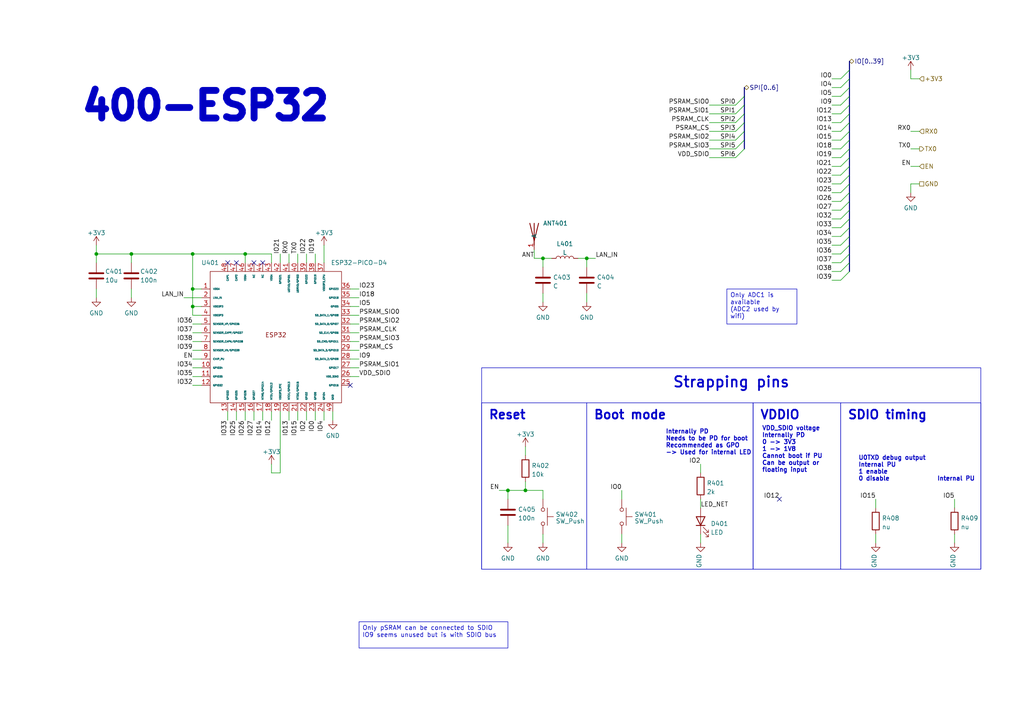
<source format=kicad_sch>
(kicad_sch (version 20231120) (generator "eeschema") (generator_version "8.0")
  (paper "A4")
  (title_block (title "PSoM - ESP32_PICO_D4") (date "2024-04-17") (rev "HW00") (company "PumaCorp") (comment 1 "Design by: LG"))
  (lib_symbols
    (symbol "Component lib:2450AT18A100E" (pin_names (offset 0.762))
      (property "Reference" "ANT" (at 6.35 10.16 0))
      (property "Value" "2450AT18A100E" (at 6.35 7.62 0))
      (symbol "2450AT18A100E_0_1"
        (polyline (pts (xy 0 7.62) (xy 0 1.27)) (stroke (width 0.254)))
        (polyline (pts (xy 1.27 7.62) (xy 0 2.54) (xy -1.27 7.62)) (stroke (width 0.254)))
      )
      (symbol "2450AT18A100E_1_1"
        (pin input line (at 0 0 90) (length 2.54) (name "A") (number "1"))
      )
    )
    (symbol "Component lib:C" (pin_numbers hide) (pin_names (offset 0.254))
      (property "Reference" "C" (at 0.635 -1.27 0))
      (property "Value" "C" (at 0.635 -6.35 0))
      (symbol "C_0_1"
        (polyline (pts (xy -2.032 -4.572) (xy 2.032 -4.572)) (stroke (width 0.508)))
        (polyline (pts (xy -2.032 -3.048) (xy 2.032 -3.048)) (stroke (width 0.508)))
      )
      (symbol "C_1_1"
        (pin passive line (at 0 0 270) (length 2.794) (name "~") (number "1"))
        (pin passive line (at 0 -7.62 90) (length 2.794) (name "~") (number "2"))
      )
    )
    (symbol "Component lib:L" (pin_numbers hide) (pin_names (offset 1.016) hide)
      (property "Reference" "L" (at 3.81 -1.27 0))
      (property "Value" "L" (at 3.81 1.905 0))
      (symbol "L_0_1"
        (arc (start 2.54 0) (mid 1.905 0.6323) (end 1.27 0))
        (arc (start 3.81 0) (mid 3.175 0.6323) (end 2.54 0))
        (arc (start 5.08 0) (mid 4.445 0.6323) (end 3.81 0))
        (arc (start 6.35 0) (mid 5.715 0.6323) (end 5.08 0))
      )
      (symbol "L_1_1"
        (pin passive line (at 0 0 0) (length 1.27) (name "1") (number "1"))
        (pin passive line (at 7.62 0 180) (length 1.27) (name "2") (number "2"))
      )
    )
    (symbol "Component lib:LED" (pin_numbers hide) (pin_names (offset 1.016) hide)
      (property "Reference" "D" (at 3.81 2.54 0))
      (property "Value" "LED" (at 3.81 -2.54 0))
      (symbol "LED_0_1"
        (polyline (pts (xy 2.54 -1.27) (xy 2.54 1.27)) (stroke (width 0.254)))
        (polyline (pts (xy 2.54 0) (xy 5.08 0)))
        (polyline (pts (xy 5.08 -1.27) (xy 5.08 1.27) (xy 2.54 0) (xy 5.08 -1.27)) (stroke (width 0.254)))
        (polyline (pts (xy 0.762 -0.762) (xy -0.762 -2.286) (xy 0 -2.286) (xy -0.762 -2.286) (xy -0.762 -1.524)))
        (polyline (pts (xy 2.032 -0.762) (xy 0.508 -2.286) (xy 1.27 -2.286) (xy 0.508 -2.286) (xy 0.508 -1.524)))
      )
      (symbol "LED_1_1"
        (pin passive line (at 0 0 0) (length 2.54) (name "K") (number "1"))
        (pin passive line (at 7.62 0 180) (length 2.54) (name "A") (number "2"))
      )
    )
    (symbol "Component lib:R" (pin_numbers hide) (pin_names (offset 0))
      (property "Reference" "R" (at 2.032 -3.81 90))
      (property "Value" "R" (at 0 -3.81 90))
      (symbol "R_0_1"
        (rectangle (start -1.016 -6.35) (end 1.016 -1.27) (stroke (width 0.254)))
      )
      (symbol "R_1_1"
        (pin passive line (at 0 0 270) (length 1.27) (name "~") (number "1"))
        (pin passive line (at 0 -7.62 90) (length 1.27) (name "~") (number "2"))
      )
    )
    (symbol "Component_lib:ESP32-PICO-D4" (pin_names (offset 0.762))
      (property "Reference" "U" (at 17.78 -10.16 0))
      (property "Value" "ESP32-PICO-D4" (at 37.465 6.985 0))
      (symbol "ESP32-PICO-D4_0_0"
        (text "ESP32" (at 21.59 -13.335 0) (effects (font (size 1.27 1.27))))
      )
      (symbol "ESP32-PICO-D4_0_1"
        (rectangle (start 2.54 5.08) (end 40.64 -33.02))
      )
      (symbol "ESP32-PICO-D4_1_1"
        (pin power_in line (at 0 0 0) (length 2.54) (name "VDDA") (number "1"))
        (pin bidirectional line (at 0 -22.86 0) (length 2.54) (name "GPIO34") (number "10"))
        (pin bidirectional line (at 0 -25.4 0) (length 2.54) (name "GPIO35") (number "11"))
        (pin bidirectional line (at 0 -27.94 0) (length 2.54) (name "GPIO32") (number "12"))
        (pin bidirectional line (at 7.62 -35.56 90) (length 2.54) (name "GPIO33") (number "13"))
        (pin bidirectional line (at 10.16 -35.56 90) (length 2.54) (name "GPIO25") (number "14"))
        (pin bidirectional line (at 12.7 -35.56 90) (length 2.54) (name "GPIO26") (number "15"))
        (pin bidirectional line (at 15.24 -35.56 90) (length 2.54) (name "GPIO27") (number "16"))
        (pin bidirectional line (at 17.78 -35.56 90) (length 2.54) (name "MTMS/GPIO14") (number "17"))
        (pin bidirectional line (at 20.32 -35.56 90) (length 2.54) (name "MTDI/GPIO12") (number "18"))
        (pin power_in line (at 22.86 -35.56 90) (length 2.54) (name "VDD3P3_RTC") (number "19"))
        (pin bidirectional line (at 0 -2.54 0) (length 2.54) (name "LNA_IN") (number "2"))
        (pin bidirectional line (at 25.4 -35.56 90) (length 2.54) (name "MTCK/GPIO13") (number "20"))
        (pin bidirectional line (at 27.94 -35.56 90) (length 2.54) (name "MTDO/GPIO15") (number "21"))
        (pin bidirectional line (at 30.48 -35.56 90) (length 2.54) (name "GPIO2") (number "22"))
        (pin bidirectional line (at 33.02 -35.56 90) (length 2.54) (name "GPIO0") (number "23"))
        (pin bidirectional line (at 35.56 -35.56 90) (length 2.54) (name "GPIO4") (number "24"))
        (pin bidirectional line (at 43.18 -27.94 180) (length 2.54) (name "GPIO16") (number "25"))
        (pin power_in line (at 43.18 -25.4 180) (length 2.54) (name "VDD_SDIO") (number "26"))
        (pin bidirectional line (at 43.18 -22.86 180) (length 2.54) (name "GPIO17") (number "27"))
        (pin bidirectional line (at 43.18 -20.32 180) (length 2.54) (name "SD_DATA_2/GPIO9") (number "28"))
        (pin bidirectional line (at 43.18 -17.78 180) (length 2.54) (name "SD_DATA_3/GPIO10") (number "29"))
        (pin power_in line (at 0 -5.08 0) (length 2.54) (name "VDD3P3") (number "3"))
        (pin bidirectional line (at 43.18 -15.24 180) (length 2.54) (name "SD_CMD/GPIO11") (number "30"))
        (pin bidirectional line (at 43.18 -12.7 180) (length 2.54) (name "SD_CLK/GPIO6") (number "31"))
        (pin bidirectional line (at 43.18 -10.16 180) (length 2.54) (name "SD_DATA_0/GPIO7") (number "32"))
        (pin bidirectional line (at 43.18 -7.62 180) (length 2.54) (name "SD_DATA_1/GPIO8") (number "33"))
        (pin bidirectional line (at 43.18 -5.08 180) (length 2.54) (name "GPIO5") (number "34"))
        (pin bidirectional line (at 43.18 -2.54 180) (length 2.54) (name "GPIO18") (number "35"))
        (pin bidirectional line (at 43.18 0 180) (length 2.54) (name "GPIO23") (number "36"))
        (pin power_in line (at 35.56 7.62 270) (length 2.54) (name "VDD3P3_CPU") (number "37"))
        (pin bidirectional line (at 33.02 7.62 270) (length 2.54) (name "GPIO19") (number "38"))
        (pin bidirectional line (at 30.48 7.62 270) (length 2.54) (name "GPIO22") (number "39"))
        (pin power_in line (at 0 -7.62 0) (length 2.54) (name "VDD3P3") (number "4"))
        (pin bidirectional line (at 27.94 7.62 270) (length 2.54) (name "U0RXD/GPIO3") (number "40"))
        (pin bidirectional line (at 25.4 7.62 270) (length 2.54) (name "U0TXD/GPIO1") (number "41"))
        (pin bidirectional line (at 22.86 7.62 270) (length 2.54) (name "GPIO21") (number "42"))
        (pin power_in line (at 20.32 7.62 270) (length 2.54) (name "VDDA") (number "43"))
        (pin power_in line (at 17.78 7.62 270) (length 2.54) (name "NC") (number "44"))
        (pin bidirectional line (at 15.24 7.62 270) (length 2.54) (name "NC") (number "45"))
        (pin power_in line (at 12.7 7.62 270) (length 2.54) (name "VDDA") (number "46"))
        (pin bidirectional line (at 10.16 7.62 270) (length 2.54) (name "CAP2") (number "47"))
        (pin bidirectional line (at 7.62 7.62 270) (length 2.54) (name "CAP1") (number "48"))
        (pin power_in line (at 38.1 -35.56 90) (length 2.54) (name "GND") (number "49"))
        (pin bidirectional line (at 0 -10.16 0) (length 2.54) (name "SENSOR_VP/GPIO36") (number "5"))
        (pin bidirectional line (at 0 -12.7 0) (length 2.54) (name "SENSOR_CAPP/GPIO37") (number "6"))
        (pin bidirectional line (at 0 -15.24 0) (length 2.54) (name "SENSOR_CAPN/GPIO38") (number "7"))
        (pin bidirectional line (at 0 -17.78 0) (length 2.54) (name "SENSOR_VN/GPIO39") (number "8"))
        (pin bidirectional line (at 0 -20.32 0) (length 2.54) (name "CHIP_PU") (number "9"))
      )
    )
    (symbol "Switch:SW_Push" (pin_numbers hide) (pin_names (offset 1.016) hide)
      (property "Reference" "SW" (at 1.27 2.54 0))
      (property "Value" "SW_Push" (at 0 -1.524 0))
      (symbol "SW_Push_0_1"
        (circle (center -2.032 0) (radius 0.508))
        (polyline (pts (xy 0 1.27) (xy 0 3.048)))
        (polyline (pts (xy 2.54 1.27) (xy -2.54 1.27)))
        (circle (center 2.032 0) (radius 0.508))
        (pin passive line (at -5.08 0 0) (length 2.54) (name "1") (number "1"))
        (pin passive line (at 5.08 0 180) (length 2.54) (name "2") (number "2"))
      )
    )
    (symbol "power:+3V3" (power) (pin_names (offset 0))
      (property "Value" "+3V3" (at 0 3.556 0))
      (symbol "+3V3_0_1"
        (polyline (pts (xy -0.762 1.27) (xy 0 2.54)))
        (polyline (pts (xy 0 0) (xy 0 2.54)))
        (polyline (pts (xy 0 2.54) (xy 0.762 1.27)))
      )
      (symbol "+3V3_1_1"
        (pin power_in line (at 0 0 90) (length 0) hide (name "+3V3") (number "1"))
      )
    )
    (symbol "power:GND" (power) (pin_names (offset 0))
      (property "Value" "GND" (at 0 -3.81 0))
      (symbol "GND_0_1"
        (polyline (pts (xy 0 0) (xy 0 -1.27) (xy 1.27 -1.27) (xy 0 -2.54) (xy -1.27 -1.27) (xy 0 -1.27)))
      )
      (symbol "GND_1_1"
        (pin power_in line (at 0 0 270) (length 0) hide (name "GND") (number "1"))
      )
    )
  )
  (junction (at 147.32 142.24))
  (junction (at 38.1 73.66))
  (junction (at 152.4 142.24))
  (junction (at 55.88 73.66))
  (junction (at 170.18 74.93))
  (junction (at 157.48 74.93))
  (junction (at 71.12 73.66))
  (junction (at 27.94 73.66))
  (junction (at 55.88 88.9))
  (junction (at 55.88 83.82))
  (no_connect (at 73.66 76.2))
  (no_connect (at 66.04 76.2))
  (no_connect (at 76.2 76.2))
  (no_connect (at 68.58 76.2))
  (no_connect (at 101.6 111.76))
  (no_connect (at 226.06 144.78))
  (bus_entry (at 243.84 30.48) (size 2.54 -2.54))
  (bus_entry (at 243.84 38.1) (size 2.54 -2.54))
  (bus_entry (at 243.84 43.18) (size 2.54 -2.54))
  (bus_entry (at 213.36 43.18) (size 2.54 -2.54))
  (bus_entry (at 243.84 55.88) (size 2.54 -2.54))
  (bus_entry (at 243.84 81.28) (size 2.54 -2.54))
  (bus_entry (at 243.84 53.34) (size 2.54 -2.54))
  (bus_entry (at 243.84 33.02) (size 2.54 -2.54))
  (bus_entry (at 243.84 66.04) (size 2.54 -2.54))
  (bus_entry (at 243.84 45.72) (size 2.54 -2.54))
  (bus_entry (at 213.36 45.72) (size 2.54 -2.54))
  (bus_entry (at 243.84 58.42) (size 2.54 -2.54))
  (bus_entry (at 243.84 40.64) (size 2.54 -2.54))
  (bus_entry (at 243.84 71.12) (size 2.54 -2.54))
  (bus_entry (at 213.36 35.56) (size 2.54 -2.54))
  (bus_entry (at 243.84 60.96) (size 2.54 -2.54))
  (bus_entry (at 243.84 78.74) (size 2.54 -2.54))
  (bus_entry (at 213.36 38.1) (size 2.54 -2.54))
  (bus_entry (at 243.84 68.58) (size 2.54 -2.54))
  (bus_entry (at 243.84 76.2) (size 2.54 -2.54))
  (bus_entry (at 243.84 35.56) (size 2.54 -2.54))
  (bus_entry (at 213.36 40.64) (size 2.54 -2.54))
  (bus_entry (at 243.84 73.66) (size 2.54 -2.54))
  (bus_entry (at 243.84 25.4) (size 2.54 -2.54))
  (bus_entry (at 243.84 22.86) (size 2.54 -2.54))
  (bus_entry (at 213.36 30.48) (size 2.54 -2.54))
  (bus_entry (at 243.84 48.26) (size 2.54 -2.54))
  (bus_entry (at 243.84 50.8) (size 2.54 -2.54))
  (bus_entry (at 243.84 27.94) (size 2.54 -2.54))
  (bus_entry (at 243.84 63.5) (size 2.54 -2.54))
  (bus_entry (at 213.36 33.02) (size 2.54 -2.54))
  (wire (pts (xy 264.16 48.26) (xy 266.7 48.26)))
  (bus (pts (xy 246.38 33.02) (xy 246.38 35.56)))
  (bus (pts (xy 246.38 53.34) (xy 246.38 55.88)))
  (wire (pts (xy 241.3 40.64) (xy 243.84 40.64)))
  (bus (pts (xy 246.38 60.96) (xy 246.38 63.5)))
  (wire (pts (xy 147.32 152.4) (xy 147.32 157.48)))
  (wire (pts (xy 88.9 121.92) (xy 88.9 119.38)))
  (wire (pts (xy 91.44 73.66) (xy 91.44 76.2)))
  (wire (pts (xy 55.88 88.9) (xy 58.42 88.9)))
  (wire (pts (xy 86.36 119.38) (xy 86.36 121.92)))
  (wire (pts (xy 27.94 73.66) (xy 27.94 76.2)))
  (wire (pts (xy 83.82 119.38) (xy 83.82 121.92)))
  (wire (pts (xy 264.16 22.86) (xy 266.7 22.86)))
  (bus (pts (xy 246.38 43.18) (xy 246.38 45.72)))
  (wire (pts (xy 264.16 38.1) (xy 266.7 38.1)))
  (wire (pts (xy 55.88 109.22) (xy 58.42 109.22)))
  (wire (pts (xy 68.58 121.92) (xy 68.58 119.38)))
  (wire (pts (xy 241.3 48.26) (xy 243.84 48.26)))
  (wire (pts (xy 27.94 71.12) (xy 27.94 73.66)))
  (bus (pts (xy 246.38 40.64) (xy 246.38 43.18)))
  (bus (pts (xy 246.38 63.5) (xy 246.38 66.04)))
  (wire (pts (xy 241.3 68.58) (xy 243.84 68.58)))
  (wire (pts (xy 241.3 43.18) (xy 243.84 43.18)))
  (wire (pts (xy 264.16 20.32) (xy 264.16 22.86)))
  (wire (pts (xy 170.18 85.09) (xy 170.18 87.63)))
  (wire (pts (xy 205.74 45.72) (xy 213.36 45.72)))
  (wire (pts (xy 243.84 81.28) (xy 241.3 81.28)))
  (bus (pts (xy 246.38 76.2) (xy 246.38 78.74)))
  (wire (pts (xy 71.12 73.66) (xy 78.74 73.66)))
  (wire (pts (xy 27.94 73.66) (xy 38.1 73.66)))
  (bus (pts (xy 246.38 50.8) (xy 246.38 53.34)))
  (wire (pts (xy 241.3 60.96) (xy 243.84 60.96)))
  (wire (pts (xy 93.98 71.12) (xy 93.98 76.2)))
  (wire (pts (xy 241.3 33.02) (xy 243.84 33.02)))
  (wire (pts (xy 241.3 55.88) (xy 243.84 55.88)))
  (wire (pts (xy 241.3 53.34) (xy 243.84 53.34)))
  (wire (pts (xy 101.6 86.36) (xy 104.14 86.36)))
  (wire (pts (xy 154.94 72.39) (xy 154.94 74.93)))
  (wire (pts (xy 55.88 99.06) (xy 58.42 99.06)))
  (wire (pts (xy 241.3 35.56) (xy 243.84 35.56)))
  (wire (pts (xy 38.1 73.66) (xy 55.88 73.66)))
  (wire (pts (xy 83.82 73.66) (xy 83.82 76.2)))
  (wire (pts (xy 276.86 154.94) (xy 276.86 157.48)))
  (wire (pts (xy 276.86 144.78) (xy 276.86 147.32)))
  (wire (pts (xy 101.6 96.52) (xy 104.14 96.52)))
  (wire (pts (xy 241.3 58.42) (xy 243.84 58.42)))
  (wire (pts (xy 55.88 83.82) (xy 55.88 88.9)))
  (bus (pts (xy 246.38 48.26) (xy 246.38 50.8)))
  (wire (pts (xy 241.3 27.94) (xy 243.84 27.94)))
  (wire (pts (xy 243.84 76.2) (xy 241.3 76.2)))
  (wire (pts (xy 101.6 88.9) (xy 104.14 88.9)))
  (wire (pts (xy 55.88 104.14) (xy 58.42 104.14)))
  (bus (pts (xy 246.38 20.32) (xy 246.38 22.86)))
  (wire (pts (xy 78.74 73.66) (xy 78.74 76.2)))
  (wire (pts (xy 157.48 154.94) (xy 157.48 157.48)))
  (wire (pts (xy 254 144.78) (xy 254 147.32)))
  (wire (pts (xy 154.94 74.93) (xy 157.48 74.93)))
  (bus (pts (xy 246.38 45.72) (xy 246.38 48.26)))
  (wire (pts (xy 241.3 45.72) (xy 243.84 45.72)))
  (wire (pts (xy 205.74 38.1) (xy 213.36 38.1)))
  (bus (pts (xy 246.38 68.58) (xy 246.38 71.12)))
  (wire (pts (xy 157.48 85.09) (xy 157.48 87.63)))
  (wire (pts (xy 170.18 74.93) (xy 170.18 77.47)))
  (bus (pts (xy 215.9 35.56) (xy 215.9 38.1)))
  (wire (pts (xy 101.6 106.68) (xy 104.14 106.68)))
  (wire (pts (xy 101.6 93.98) (xy 104.14 93.98)))
  (bus (pts (xy 215.9 25.4) (xy 215.9 27.94)))
  (bus (pts (xy 246.38 38.1) (xy 246.38 40.64)))
  (wire (pts (xy 170.18 74.93) (xy 172.72 74.93)))
  (bus (pts (xy 246.38 35.56) (xy 246.38 38.1)))
  (wire (pts (xy 55.88 96.52) (xy 58.42 96.52)))
  (wire (pts (xy 101.6 101.6) (xy 104.14 101.6)))
  (wire (pts (xy 203.2 134.62) (xy 203.2 137.16)))
  (wire (pts (xy 241.3 50.8) (xy 243.84 50.8)))
  (wire (pts (xy 241.3 30.48) (xy 243.84 30.48)))
  (bus (pts (xy 246.38 17.78) (xy 246.38 20.32)))
  (wire (pts (xy 73.66 121.92) (xy 73.66 119.38)))
  (wire (pts (xy 66.04 121.92) (xy 66.04 119.38)))
  (bus (pts (xy 246.38 25.4) (xy 246.38 27.94)))
  (wire (pts (xy 241.3 66.04) (xy 243.84 66.04)))
  (wire (pts (xy 55.88 101.6) (xy 58.42 101.6)))
  (wire (pts (xy 152.4 129.54) (xy 152.4 132.08)))
  (bus (pts (xy 215.9 40.64) (xy 215.9 43.18)))
  (wire (pts (xy 55.88 73.66) (xy 55.88 83.82)))
  (wire (pts (xy 205.74 30.48) (xy 213.36 30.48)))
  (wire (pts (xy 241.3 63.5) (xy 243.84 63.5)))
  (bus (pts (xy 246.38 30.48) (xy 246.38 33.02)))
  (wire (pts (xy 157.48 74.93) (xy 160.02 74.93)))
  (wire (pts (xy 241.3 38.1) (xy 243.84 38.1)))
  (wire (pts (xy 101.6 83.82) (xy 104.14 83.82)))
  (wire (pts (xy 78.74 134.62) (xy 78.74 137.16)))
  (wire (pts (xy 264.16 53.34) (xy 266.7 53.34)))
  (wire (pts (xy 53.34 86.36) (xy 58.42 86.36)))
  (wire (pts (xy 205.74 43.18) (xy 213.36 43.18)))
  (wire (pts (xy 78.74 137.16) (xy 81.28 137.16)))
  (wire (pts (xy 205.74 35.56) (xy 213.36 35.56)))
  (wire (pts (xy 180.34 142.24) (xy 180.34 144.78)))
  (wire (pts (xy 55.88 106.68) (xy 58.42 106.68)))
  (wire (pts (xy 96.52 119.38) (xy 96.52 121.92)))
  (wire (pts (xy 58.42 91.44) (xy 55.88 91.44)))
  (wire (pts (xy 205.74 40.64) (xy 213.36 40.64)))
  (wire (pts (xy 157.48 77.47) (xy 157.48 74.93)))
  (wire (pts (xy 147.32 142.24) (xy 152.4 142.24)))
  (wire (pts (xy 101.6 99.06) (xy 104.14 99.06)))
  (wire (pts (xy 71.12 121.92) (xy 71.12 119.38)))
  (wire (pts (xy 88.9 73.66) (xy 88.9 76.2)))
  (wire (pts (xy 101.6 91.44) (xy 104.14 91.44)))
  (wire (pts (xy 241.3 22.86) (xy 243.84 22.86)))
  (wire (pts (xy 93.98 121.92) (xy 93.98 119.38)))
  (wire (pts (xy 167.64 74.93) (xy 170.18 74.93)))
  (wire (pts (xy 264.16 55.88) (xy 264.16 53.34)))
  (wire (pts (xy 78.74 121.92) (xy 78.74 119.38)))
  (wire (pts (xy 38.1 76.2) (xy 38.1 73.66)))
  (wire (pts (xy 101.6 104.14) (xy 104.14 104.14)))
  (bus (pts (xy 246.38 55.88) (xy 246.38 58.42)))
  (bus (pts (xy 215.9 33.02) (xy 215.9 35.56)))
  (wire (pts (xy 152.4 142.24) (xy 157.48 142.24)))
  (wire (pts (xy 55.88 93.98) (xy 58.42 93.98)))
  (wire (pts (xy 81.28 119.38) (xy 81.28 137.16)))
  (wire (pts (xy 205.74 33.02) (xy 213.36 33.02)))
  (bus (pts (xy 215.9 27.94) (xy 215.9 30.48)))
  (wire (pts (xy 81.28 73.66) (xy 81.28 76.2)))
  (wire (pts (xy 55.88 111.76) (xy 58.42 111.76)))
  (wire (pts (xy 101.6 109.22) (xy 104.14 109.22)))
  (bus (pts (xy 215.9 38.1) (xy 215.9 40.64)))
  (bus (pts (xy 215.9 30.48) (xy 215.9 33.02)))
  (wire (pts (xy 76.2 121.92) (xy 76.2 119.38)))
  (wire (pts (xy 27.94 83.82) (xy 27.94 86.36)))
  (wire (pts (xy 55.88 83.82) (xy 58.42 83.82)))
  (wire (pts (xy 38.1 83.82) (xy 38.1 86.36)))
  (wire (pts (xy 86.36 73.66) (xy 86.36 76.2)))
  (wire (pts (xy 55.88 73.66) (xy 71.12 73.66)))
  (wire (pts (xy 152.4 139.7) (xy 152.4 142.24)))
  (wire (pts (xy 180.34 154.94) (xy 180.34 157.48)))
  (wire (pts (xy 243.84 78.74) (xy 241.3 78.74)))
  (wire (pts (xy 71.12 73.66) (xy 71.12 76.2)))
  (wire (pts (xy 203.2 144.78) (xy 203.2 147.32)))
  (wire (pts (xy 147.32 142.24) (xy 147.32 144.78)))
  (wire (pts (xy 264.16 43.18) (xy 266.7 43.18)))
  (bus (pts (xy 246.38 66.04) (xy 246.38 68.58)))
  (bus (pts (xy 246.38 27.94) (xy 246.38 30.48)))
  (wire (pts (xy 254 154.94) (xy 254 157.48)))
  (wire (pts (xy 144.78 142.24) (xy 147.32 142.24)))
  (wire (pts (xy 203.2 154.94) (xy 203.2 157.48)))
  (bus (pts (xy 246.38 22.86) (xy 246.38 25.4)))
  (wire (pts (xy 55.88 91.44) (xy 55.88 88.9)))
  (wire (pts (xy 241.3 71.12) (xy 243.84 71.12)))
  (wire (pts (xy 91.44 121.92) (xy 91.44 119.38)))
  (wire (pts (xy 241.3 25.4) (xy 243.84 25.4)))
  (bus (pts (xy 246.38 71.12) (xy 246.38 73.66)))
  (wire (pts (xy 243.84 73.66) (xy 241.3 73.66)))
  (wire (pts (xy 157.48 142.24) (xy 157.48 144.78)))
  (bus (pts (xy 246.38 58.42) (xy 246.38 60.96)))
  (bus (pts (xy 246.38 73.66) (xy 246.38 76.2)))
  (text_box "Only pSRAM can be connected to SDIO\nIO9 seems unused but is with SDIO bus" (at 104.14 180.34 0) (size 43.18 7.62) (effects (font (size 1.27 1.27)) (justify left top)))
  (text_box "Reset" (at 139.7 116.84 0) (size 30.48 48.26) (effects (font (size 2.54 2.54) (thickness 0.508) (bold yes)) (justify left top)))
  (text_box "SDIO timing" (at 243.84 116.84 0) (size 40.64 48.26) (effects (font (size 2.54 2.54) (thickness 0.508) (bold yes)) (justify left top)))
  (text_box "VDDIO" (at 218.44 116.84 0) (size 25.4 48.26) (effects (font (size 2.54 2.54) (thickness 0.508) (bold yes)) (justify left top)))
  (text_box "Boot mode" (at 170.18 116.84 0) (size 48.26 48.26) (effects (font (size 2.54 2.54) (thickness 0.508) (bold yes)) (justify left top)))
  (text_box "Strapping pins" (at 139.7 106.68 0) (size 144.78 58.42) (effects (font (size 3.048 3.048) (thickness 0.508) (bold yes)) (justify top)))
  (text_box "Only ADC1 is available\n(ADC2 used by wifi)" (at 210.82 83.82 0) (size 20.32 10.16) (effects (font (size 1.27 1.27)) (justify left top)))
  (text "Internally PD\nNeeds to be PD for boot\nRecommended as GPO\n-> Used for internal LED" (at 193.04 132.08 0) (effects (font (size 1.25 1.25) (thickness 0.25) (bold yes)) (justify left bottom)))
  (text "Internal PU" (at 271.78 139.7 0) (effects (font (size 1.25 1.25) (thickness 0.25) (bold yes)) (justify left bottom)))
  (text "400-ESP32" (at 22.86 35.56 0) (effects (font (size 8 8) (thickness 3) (bold yes)) (justify left bottom)))
  (text "VDD_SDIO voltage\nInternally PD\n0 -> 3V3\n1 -> 1V8\nCannot boot if PU\nCan be output or\nfloating input" (at 220.98 137.16 0) (effects (font (size 1.25 1.25) (thickness 0.25) (bold yes)) (justify left bottom)))
  (text "U0TXD debug output\nInternal PU\n1 enable\n0 disable\n" (at 248.92 139.7 0) (effects (font (size 1.25 1.25) (thickness 0.25) (bold yes)) (justify left bottom)))
  (label "PSRAM_SIO1" (at 104.14 106.68 0))
  (label "PSRAM_CLK" (at 104.14 96.52 0))
  (label "IO12" (at 226.06 144.78 180))
  (label "IO26" (at 71.12 121.92 270))
  (label "RX0" (at 83.82 73.66 90))
  (label "PSRAM_SIO2" (at 205.74 40.64 180))
  (label "SPI0" (at 213.36 30.48 180))
  (label "IO23" (at 241.3 53.34 180))
  (label "PSRAM_SIO3" (at 205.74 43.18 180))
  (label "IO18" (at 104.14 86.36 0))
  (label "TX0" (at 86.36 73.66 90))
  (label "IO37" (at 55.88 96.52 180))
  (label "IO0" (at 91.44 121.92 270))
  (label "IO26" (at 241.3 58.42 180))
  (label "IO38" (at 241.3 78.74 180))
  (label "IO9" (at 241.3 30.48 180))
  (label "VDD_SDIO" (at 104.14 109.22 0))
  (label "IO13" (at 83.82 121.92 270))
  (label "IO37" (at 241.3 76.2 180))
  (label "EN" (at 264.16 48.26 180))
  (label "IO32" (at 55.88 111.76 180))
  (label "IO5" (at 241.3 27.94 180))
  (label "SPI1" (at 213.36 33.02 180))
  (label "EN" (at 144.78 142.24 180))
  (label "IO2" (at 203.2 134.62 180))
  (label "IO33" (at 66.04 121.92 270))
  (label "TX0" (at 264.16 43.18 180))
  (label "IO25" (at 68.58 121.92 270))
  (label "SPI5" (at 213.36 43.18 180))
  (label "IO14" (at 76.2 121.92 270))
  (label "IO15" (at 86.36 121.92 270))
  (label "IO38" (at 55.88 99.06 180))
  (label "IO22" (at 88.9 73.66 90))
  (label "PSRAM_SIO0" (at 104.14 91.44 0))
  (label "IO18" (at 241.3 43.18 180))
  (label "PSRAM_CS" (at 205.74 38.1 180))
  (label "IO12" (at 78.74 121.92 270))
  (label "IO27" (at 241.3 60.96 180))
  (label "IO35" (at 55.88 109.22 180))
  (label "IO0" (at 180.34 142.24 180))
  (label "IO39" (at 55.88 101.6 180))
  (label "IO35" (at 241.3 71.12 180))
  (label "IO19" (at 91.44 73.66 90))
  (label "LAN_IN" (at 53.34 86.36 180))
  (label "LAN_IN" (at 172.72 74.93 0))
  (label "PSRAM_SIO3" (at 104.14 99.06 0))
  (label "IO19" (at 241.3 45.72 180))
  (label "SPI4" (at 213.36 40.64 180))
  (label "IO21" (at 81.28 73.66 90))
  (label "IO4" (at 241.3 25.4 180))
  (label "IO32" (at 241.3 63.5 180))
  (label "IO9" (at 104.14 104.14 0))
  (label "SPI3" (at 213.36 38.1 180))
  (label "IO36" (at 55.88 93.98 180))
  (label "IO15" (at 254 144.78 180))
  (label "PSRAM_SIO2" (at 104.14 93.98 0))
  (label "IO39" (at 241.3 81.28 180))
  (label "IO0" (at 241.3 22.86 180))
  (label "IO36" (at 241.3 73.66 180))
  (label "SPI2" (at 213.36 35.56 180))
  (label "IO4" (at 93.98 121.92 270))
  (label "IO13" (at 241.3 35.56 180))
  (label "IO34" (at 241.3 68.58 180))
  (label "LED_NET" (at 203.2 147.32 0))
  (label "EN" (at 55.88 104.14 180))
  (label "RX0" (at 264.16 38.1 180))
  (label "VDD_SDIO" (at 205.74 45.72 180))
  (label "SPI6" (at 213.36 45.72 180))
  (label "IO21" (at 241.3 48.26 180))
  (label "IO12" (at 241.3 33.02 180))
  (label "IO2" (at 88.9 121.92 270))
  (label "IO25" (at 241.3 55.88 180))
  (label "IO5" (at 104.14 88.9 0))
  (label "PSRAM_CS" (at 104.14 101.6 0))
  (label "PSRAM_SIO1" (at 205.74 33.02 180))
  (label "IO27" (at 73.66 121.92 270))
  (label "IO33" (at 241.3 66.04 180))
  (label "ANT" (at 154.94 74.93 180))
  (label "IO22" (at 241.3 50.8 180))
  (label "PSRAM_CLK" (at 205.74 35.56 180))
  (label "PSRAM_SIO0" (at 205.74 30.48 180))
  (label "IO15" (at 241.3 40.64 180))
  (label "IO34" (at 55.88 106.68 180))
  (label "IO23" (at 104.14 83.82 0))
  (label "IO5" (at 276.86 144.78 180))
  (label "IO14" (at 241.3 38.1 180))
  (hierarchical_label "+3V3" (shape input) (at 266.7 22.86 0))
  (hierarchical_label "IO[0..39]" (shape bidirectional) (at 246.38 17.78 0))
  (hierarchical_label "SPI[0..6]" (shape bidirectional) (at 215.9 25.4 0))
  (hierarchical_label "GND" (shape passive) (at 266.7 53.34 0))
  (hierarchical_label "EN" (shape input) (at 266.7 48.26 0))
  (hierarchical_label "TX0" (shape output) (at 266.7 43.18 0))
  (hierarchical_label "RX0" (shape input) (at 266.7 38.1 0))
  (symbol (lib_id "power:GND") (at 276.86 157.48 0) (unit 1)
    (property "Reference" "#PWR0422" (effects (hide yes)))
    (property "Value" "GND" (at 276.4262 160.655 90) (effects (justify right)))
  )
  (symbol (lib_id "power:+3V3") (at 264.16 20.32 0) (unit 1)
    (property "Reference" "#PWR0401" (effects (hide yes)))
    (property "Value" "+3V3" (at 264.16 16.7442 0))
  )
  (symbol (lib_id "power:GND") (at 170.18 87.63 0) (unit 1)
    (property "Reference" "#PWR0408" (effects (hide yes)))
    (property "Value" "GND" (at 170.18 92.0734 0))
    (instances (project "ESP_PicoD4_SoM_HW00" (path "" (reference "#PWR0408") (unit 1))) (project "PMK_Keyboard" (path "" (reference "#PWR0414") (unit 1))))
  )
  (symbol (lib_id "Component lib:R") (at 276.86 147.32 0) (unit 1)
    (property "Reference" "R409" (at 278.638 150.2953 0) (effects (justify left)))
    (property "Value" "nu" (at 278.638 152.8322 0) (effects (justify left)))
    (property "Footprint" "Resistor_SMD:R_0201_0603Metric" (effects (hide yes)))
  )
  (symbol (lib_id "power:+3V3") (at 27.94 71.12 0) (unit 1)
    (property "Reference" "#PWR0403" (effects (hide yes)))
    (property "Value" "+3V3" (at 27.94 67.5442 0))
    (instances (project "ESP_PicoD4_SoM_HW00" (path "" (reference "#PWR0403") (unit 1))) (project "PMK_Keyboard" (path "" (reference "#PWR0408") (unit 1))))
  )
  (symbol (lib_id "Component lib:2450AT18A100E") (at 154.94 72.39 0) (unit 1)
    (property "Reference" "ANT401" (at 157.48 64.77 0) (effects (justify left)))
    (property "Value" "2450AT18A100E" (effects (hide yes)))
    (property "Footprint" "Component_lib:ANTC3216X140N" (effects (hide yes)))
    (property "Datasheet" "https://www.johansontechnology.com/datasheets/2450AT18A100/2450AT18A100.pdf" (effects (hide yes)))
    (property "Description" "Antennas 2.45GHz ANTENNA" (effects (hide yes)))
    (property "Height" "1.4" (effects (hide yes)))
    (property "Mouser Part Number" "609-2450AT18A100E" (effects (hide yes)))
    (property "Mouser Price/Stock" "https://www.mouser.co.uk/ProductDetail/Johanson-Technology/2450AT18A100E?qs=yCnrNFeXz%252BjzOYKPg7LGCw%3D%3D" (effects (hide yes)))
    (property "Manufacturer_Name" "JOHANSON TECHNOLOGY" (effects (hide yes)))
    (property "Manufacturer_Part_Number" "2450AT18A100E" (effects (hide yes)))
  )
  (symbol (lib_id "power:GND") (at 147.32 157.48 0) (unit 1)
    (property "Reference" "#PWR0418" (effects (hide yes)))
    (property "Value" "GND" (at 147.32 161.9234 0))
    (instances (project "ESP_PicoD4_SoM_HW00" (path "" (reference "#PWR0418") (unit 1))) (project "PMK_Keyboard" (path "" (reference "#PWR0427") (unit 1))))
  )
  (symbol (lib_id "Component lib:C") (at 170.18 77.47 0) (unit 1)
    (property "Reference" "C404" (at 173.101 80.4453 0) (effects (justify left)))
    (property "Value" "C" (at 173.101 82.9822 0) (effects (justify left)))
    (property "Footprint" "Capacitor_SMD:C_0201_0603Metric" (effects (hide yes)))
    (instances (project "ESP_PicoD4_SoM_HW00" (path "" (reference "C404") (unit 1))) (project "PMK_Keyboard" (path "" (reference "C407") (unit 1))))
  )
  (symbol (lib_id "Component lib:L") (at 160.02 74.93 0) (unit 1)
    (property "Reference" "L401" (at 163.83 70.7222 0))
    (property "Value" "L" (at 163.83 73.2591 0))
    (property "Footprint" "Inductor_SMD:L_0201_0603Metric" (effects (hide yes)))
  )
  (symbol (lib_id "power:GND") (at 27.94 86.36 0) (unit 1)
    (property "Reference" "#PWR0405" (effects (hide yes)))
    (property "Value" "GND" (at 27.94 90.8034 0))
    (instances (project "ESP_PicoD4_SoM_HW00" (path "" (reference "#PWR0405") (unit 1))) (project "PMK_Keyboard" (path "" (reference "#PWR0411") (unit 1))))
  )
  (symbol (lib_id "power:+3V3") (at 93.98 71.12 0) (unit 1)
    (property "Reference" "#PWR0404" (effects (hide yes)))
    (property "Value" "+3V3" (at 93.98 67.5442 0))
    (instances (project "ESP_PicoD4_SoM_HW00" (path "" (reference "#PWR0404") (unit 1))) (project "PMK_Keyboard" (path "" (reference "#PWR0407") (unit 1))))
  )
  (symbol (lib_id "power:GND") (at 157.48 157.48 0) (unit 1)
    (property "Reference" "#PWR0419" (effects (hide yes)))
    (property "Value" "GND" (at 157.48 161.9234 0))
    (instances (project "ESP_PicoD4_SoM_HW00" (path "" (reference "#PWR0419") (unit 1))) (project "PMK_Keyboard" (path "" (reference "#PWR0428") (unit 1))))
  )
  (symbol (lib_id "power:GND") (at 203.2 157.48 0) (unit 1)
    (property "Reference" "#PWR0409" (effects (hide yes)))
    (property "Value" "GND" (at 202.7662 160.655 90) (effects (justify right)))
    (instances (project "ESP_PicoD4_SoM_HW00" (path "" (reference "#PWR0409") (unit 1))) (project "PMK_Keyboard" (path "" (reference "#PWR0415") (unit 1))))
  )
  (symbol (lib_id "Component_lib:ESP32-PICO-D4") (at 58.42 83.82 0) (unit 1)
    (property "Reference" "U401" (at 60.96 76.2 0))
    (property "Value" "ESP32-PICO-D4" (at 104.14 76.2 0))
    (property "Footprint" "ESP32-PICO-D4_1" (effects (hide yes)))
    (property "Datasheet" "http://www.espressif.com/sites/default/files/documentation/esp32-pico-d4_datasheet_en.pdf" (effects (hide yes)))
    (property "Description" "ESP32-PICO-D4 module" (effects (hide yes)))
    (property "Mouser Part Number" "356-ESP32-PICO-D4" (effects (hide yes)))
    (property "Mouser Price/Stock" "https://www.mouser.co.uk/ProductDetail/Espressif-Systems/ESP32-PICO-D4?qs=MLItCLRbWsw7MJlbN3HfdA%3D%3D" (effects (hide yes)))
    (property "Manufacturer_Name" "Espressif Systems" (effects (hide yes)))
    (property "Manufacturer_Part_Number" "ESP32-PICO-D4" (effects (hide yes)))
  )
  (symbol (lib_id "Component lib:C") (at 157.48 77.47 0) (unit 1)
    (property "Reference" "C403" (at 160.401 80.4453 0) (effects (justify left)))
    (property "Value" "C" (at 160.401 82.9822 0) (effects (justify left)))
    (property "Footprint" "Capacitor_SMD:C_0201_0603Metric" (effects (hide yes)))
    (instances (project "ESP_PicoD4_SoM_HW00" (path "" (reference "C403") (unit 1))) (project "PMK_Keyboard" (path "" (reference "C406") (unit 1))))
  )
  (symbol (lib_id "power:+3V3") (at 152.4 129.54 0) (unit 1)
    (property "Reference" "#PWR0410" (effects (hide yes)))
    (property "Value" "+3V3" (at 152.4 125.9642 0))
    (instances (project "ESP_PicoD4_SoM_HW00" (path "" (reference "#PWR0410") (unit 1))) (project "PMK_Keyboard" (path "" (reference "#PWR0421") (unit 1))))
  )
  (symbol (lib_id "Component lib:C") (at 147.32 144.78 0) (unit 1)
    (property "Reference" "C405" (at 150.241 147.7553 0) (effects (justify left)))
    (property "Value" "100n" (at 150.241 150.2922 0) (effects (justify left)))
    (property "Footprint" "Capacitor_SMD:C_0201_0603Metric" (effects (hide yes)))
    (instances (project "ESP_PicoD4_SoM_HW00" (path "" (reference "C405") (unit 1))) (project "PMK_Keyboard" (path "" (reference "C414") (unit 1))))
  )
  (symbol (lib_id "power:GND") (at 264.16 55.88 0) (unit 1)
    (property "Reference" "#PWR0402" (effects (hide yes)))
    (property "Value" "GND" (at 264.16 60.3234 0))
    (instances (project "ESP_PicoD4_SoM_HW00" (path "" (reference "#PWR0402") (unit 1))) (project "PMK_Keyboard" (path "" (reference "#PWR0403") (unit 1))))
  )
  (symbol (lib_id "power:GND") (at 254 157.48 0) (unit 1)
    (property "Reference" "#PWR0421" (effects (hide yes)))
    (property "Value" "GND" (at 253.5662 160.655 90) (effects (justify right)))
  )
  (symbol (lib_id "Component lib:C") (at 27.94 76.2 0) (unit 1)
    (property "Reference" "C401" (at 30.48 78.74 0) (effects (justify left)))
    (property "Value" "10u" (at 30.48 81.28 0) (effects (justify left)))
    (property "Footprint" "Capacitor_SMD:C_0201_0603Metric" (effects (hide yes)))
    (instances (project "ESP_PicoD4_SoM_HW00" (path "" (reference "C401") (unit 1))) (project "PMK_Keyboard" (path "" (reference "C404") (unit 1))))
  )
  (symbol (lib_id "power:GND") (at 157.48 87.63 0) (unit 1)
    (property "Reference" "#PWR0407" (effects (hide yes)))
    (property "Value" "GND" (at 157.48 92.0734 0))
    (instances (project "ESP_PicoD4_SoM_HW00" (path "" (reference "#PWR0407") (unit 1))) (project "PMK_Keyboard" (path "" (reference "#PWR0413") (unit 1))))
  )
  (symbol (lib_id "power:+3V3") (at 78.74 134.62 0) (unit 1)
    (property "Reference" "#PWR0417" (effects (hide yes)))
    (property "Value" "+3V3" (at 78.74 131.0442 0))
    (instances (project "ESP_PicoD4_SoM_HW00" (path "" (reference "#PWR0417") (unit 1))) (project "PMK_Keyboard" (path "" (reference "#PWR0433") (unit 1))))
  )
  (symbol (lib_id "Component lib:LED") (at 203.2 154.94 90) (unit 1)
    (property "Reference" "D401" (at 206.121 151.8828 90) (effects (justify right)))
    (property "Value" "LED" (at 206.121 154.4197 90) (effects (justify right)))
    (property "Footprint" "LED_SMD:LED_0402_1005Metric" (effects (hide yes)))
  )
  (symbol (lib_id "power:GND") (at 96.52 121.92 0) (unit 1)
    (property "Reference" "#PWR0415" (effects (hide yes)))
    (property "Value" "GND" (at 96.52 126.3634 0))
    (instances (project "ESP_PicoD4_SoM_HW00" (path "" (reference "#PWR0415") (unit 1))) (project "PMK_Keyboard" (path "" (reference "#PWR0432") (unit 1))))
  )
  (symbol (lib_id "Component lib:C") (at 38.1 76.2 0) (unit 1)
    (property "Reference" "C402" (at 40.64 78.7431 0) (effects (justify left)))
    (property "Value" "100n" (at 40.64 81.28 0) (effects (justify left)))
    (property "Footprint" "Capacitor_SMD:C_0201_0603Metric" (effects (hide yes)))
    (instances (project "ESP_PicoD4_SoM_HW00" (path "" (reference "C402") (unit 1))) (project "PMK_Keyboard" (path "" (reference "C405") (unit 1))))
  )
  (symbol (lib_id "Component lib:R") (at 152.4 132.08 0) (unit 1)
    (property "Reference" "R402" (at 154.178 135.0553 0) (effects (justify left)))
    (property "Value" "10k" (at 154.178 137.5922 0) (effects (justify left)))
    (property "Footprint" "Resistor_SMD:R_0201_0603Metric" (effects (hide yes)))
    (instances (project "ESP_PicoD4_SoM_HW00" (path "" (reference "R402") (unit 1))) (project "PMK_Keyboard" (path "" (reference "R403") (unit 1))))
  )
  (symbol (lib_id "Component lib:R") (at 203.2 137.16 0) (unit 1)
    (property "Reference" "R401" (at 204.978 140.1353 0) (effects (justify left)))
    (property "Value" "2k" (at 204.978 142.6722 0) (effects (justify left)))
    (property "Footprint" "Resistor_SMD:R_0402_1005Metric" (effects (hide yes)))
    (instances (project "ESP_PicoD4_SoM_HW00" (path "" (reference "R401") (unit 1))) (project "PMK_Keyboard" (path "" (reference "R402") (unit 1))))
  )
  (symbol (lib_id "power:GND") (at 180.34 157.48 0) (unit 1)
    (property "Reference" "#PWR0416" (effects (hide yes)))
    (property "Value" "GND" (at 180.34 161.9234 0))
    (instances (project "ESP_PicoD4_SoM_HW00" (path "" (reference "#PWR0416") (unit 1))) (project "PMK_Keyboard" (path "" (reference "#PWR0429") (unit 1))))
  )
  (symbol (lib_id "Switch:SW_Push") (at 180.34 149.86 270) (unit 1)
    (property "Reference" "SW401" (at 184.023 149.2163 90) (effects (justify left)))
    (property "Value" "SW_Push" (at 184.023 151.1373 90) (effects (justify left)))
    (property "Footprint" "Component_lib:B3U-1000P" (effects (hide yes)))
  )
  (symbol (lib_id "Switch:SW_Push") (at 157.48 149.86 270) (unit 1)
    (property "Reference" "SW402" (at 161.163 149.2163 90) (effects (justify left)))
    (property "Value" "SW_Push" (at 161.163 151.1373 90) (effects (justify left)))
    (property "Footprint" "Component_lib:B3U-1000P" (effects (hide yes)))
  )
  (symbol (lib_id "Component lib:R") (at 254 147.32 0) (unit 1)
    (property "Reference" "R408" (at 255.778 150.2953 0) (effects (justify left)))
    (property "Value" "nu" (at 255.778 152.8322 0) (effects (justify left)))
    (property "Footprint" "Resistor_SMD:R_0201_0603Metric" (effects (hide yes)))
  )
  (symbol (lib_id "power:GND") (at 38.1 86.36 0) (unit 1)
    (property "Reference" "#PWR0406" (effects (hide yes)))
    (property "Value" "GND" (at 38.1 90.8034 0))
    (instances (project "ESP_PicoD4_SoM_HW00" (path "" (reference "#PWR0406") (unit 1))) (project "PMK_Keyboard" (path "" (reference "#PWR0412") (unit 1))))
  )
)
</source>
